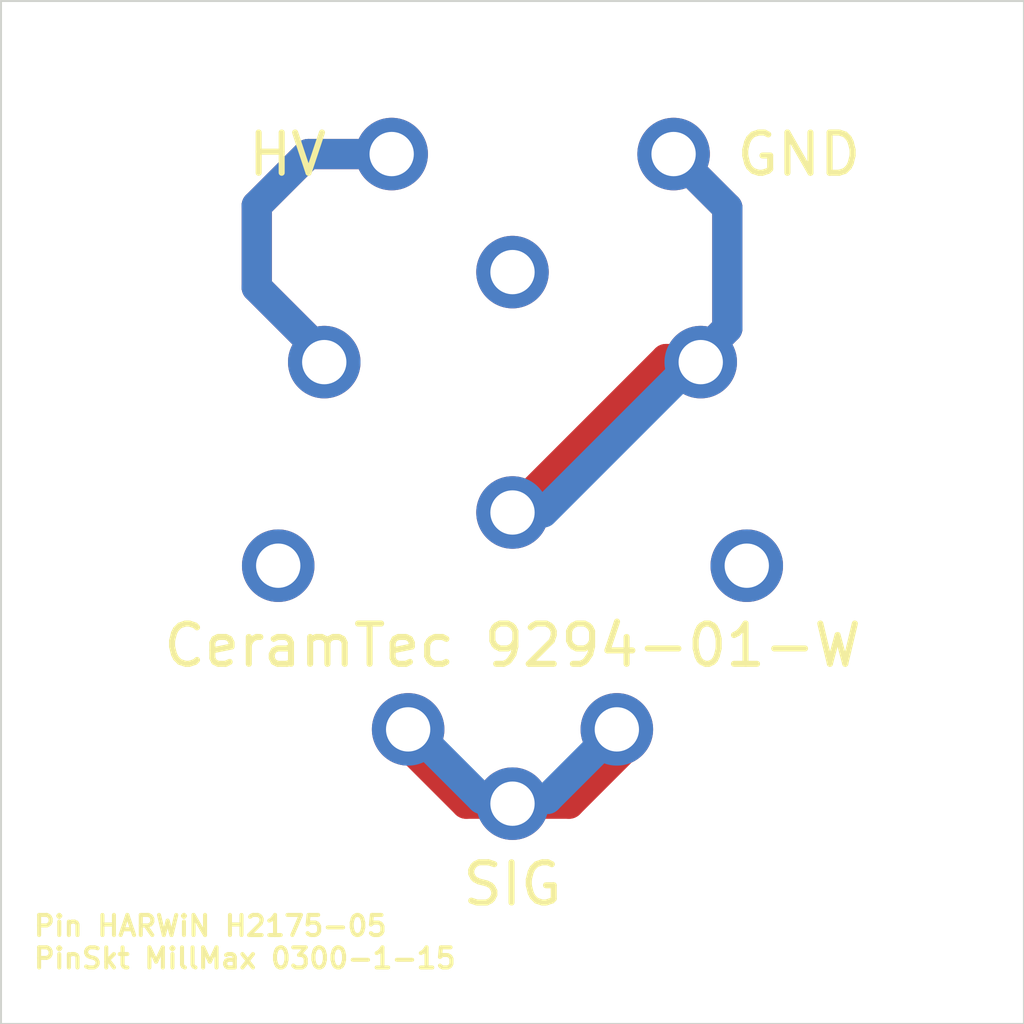
<source format=kicad_pcb>
(kicad_pcb (version 20171130) (host pcbnew "(5.1.6)-1")

  (general
    (thickness 1.6)
    (drawings 5)
    (tracks 26)
    (zones 0)
    (modules 4)
    (nets 1)
  )

  (page A4)
  (layers
    (0 F.Cu signal)
    (31 B.Cu signal)
    (32 B.Adhes user hide)
    (33 F.Adhes user hide)
    (34 B.Paste user hide)
    (35 F.Paste user hide)
    (36 B.SilkS user hide)
    (37 F.SilkS user)
    (38 B.Mask user hide)
    (39 F.Mask user hide)
    (40 Dwgs.User user)
    (41 Cmts.User user hide)
    (42 Eco1.User user hide)
    (43 Eco2.User user hide)
    (44 Edge.Cuts user)
    (45 Margin user hide)
    (46 B.CrtYd user hide)
    (47 F.CrtYd user hide)
    (48 B.Fab user hide)
    (49 F.Fab user hide)
  )

  (setup
    (last_trace_width 0.75)
    (user_trace_width 0.75)
    (trace_clearance 0.2)
    (zone_clearance 0.508)
    (zone_45_only no)
    (trace_min 0.2)
    (via_size 0.8)
    (via_drill 0.4)
    (via_min_size 0.4)
    (via_min_drill 0.3)
    (uvia_size 0.3)
    (uvia_drill 0.1)
    (uvias_allowed no)
    (uvia_min_size 0.2)
    (uvia_min_drill 0.1)
    (edge_width 0.05)
    (segment_width 0.2)
    (pcb_text_width 0.3)
    (pcb_text_size 1.5 1.5)
    (mod_edge_width 0.12)
    (mod_text_size 1 1)
    (mod_text_width 0.15)
    (pad_size 1.8 1.8)
    (pad_drill 1.1)
    (pad_to_mask_clearance 0.05)
    (aux_axis_origin 0 0)
    (grid_origin 171.486 106.418)
    (visible_elements 7FFFFFFF)
    (pcbplotparams
      (layerselection 0x010fc_ffffffff)
      (usegerberextensions false)
      (usegerberattributes true)
      (usegerberadvancedattributes true)
      (creategerberjobfile true)
      (excludeedgelayer true)
      (linewidth 0.100000)
      (plotframeref false)
      (viasonmask false)
      (mode 1)
      (useauxorigin false)
      (hpglpennumber 1)
      (hpglpenspeed 20)
      (hpglpendiameter 15.000000)
      (psnegative false)
      (psa4output false)
      (plotreference true)
      (plotvalue true)
      (plotinvisibletext false)
      (padsonsilk false)
      (subtractmaskfromsilk false)
      (outputformat 1)
      (mirror false)
      (drillshape 1)
      (scaleselection 1)
      (outputdirectory ""))
  )

  (net 0 "")

  (net_class Default "This is the default net class."
    (clearance 0.2)
    (trace_width 0.25)
    (via_dia 0.8)
    (via_drill 0.4)
    (uvia_dia 0.3)
    (uvia_drill 0.1)
  )

  (module "PMT_FT_PCBoard:Harwin H2175" (layer F.Cu) (tedit 6180367D) (tstamp 618093C2)
    (at 171.486 113.648)
    (fp_text reference SIG (at 0 2) (layer F.SilkS)
      (effects (font (size 1 1) (thickness 0.15)))
    )
    (fp_text value "Harwin H2175" (at 0 -1.7) (layer F.Fab)
      (effects (font (size 1 1) (thickness 0.15)))
    )
    (pad 1 thru_hole circle (at 0 0) (size 1.8 1.8) (drill 1.1) (layers *.Cu *.Mask))
  )

  (module "PMT_FT_PCBoard:Harwin H2175" (layer F.Cu) (tedit 61803A28) (tstamp 618093B1)
    (at 175.486 97.518)
    (fp_text reference GND (at 3.112 0.01) (layer F.SilkS)
      (effects (font (size 1 1) (thickness 0.15)))
    )
    (fp_text value "Harwin H2175" (at 0 -1.7) (layer F.Fab)
      (effects (font (size 1 1) (thickness 0.15)))
    )
    (pad 1 thru_hole circle (at 0 0) (size 1.8 1.8) (drill 1.1) (layers *.Cu *.Mask))
  )

  (module "PMT_FT_PCBoard:Harwin H2175" (layer F.Cu) (tedit 6180367D) (tstamp 618093A0)
    (at 168.486 97.518)
    (fp_text reference HV (at -2.588 0.01) (layer F.SilkS)
      (effects (font (size 1 1) (thickness 0.15)))
    )
    (fp_text value "Harwin H2175" (at 0 -1.7) (layer F.Fab)
      (effects (font (size 1 1) (thickness 0.15)))
    )
    (pad 1 thru_hole circle (at 0 0) (size 1.8 1.8) (drill 1.1) (layers *.Cu *.Mask))
  )

  (module PMT_FT_PCBoard:8pin_Cermatec_FT (layer F.Cu) (tedit 6180354C) (tstamp 61809209)
    (at 171.486 106.418)
    (fp_text reference "CeramTec 9294-01-W" (at 0 3.302) (layer F.SilkS)
      (effects (font (size 1 1) (thickness 0.15)))
    )
    (fp_text value 8pin_Cermatec_FT (at 0.4 7.9) (layer F.Fab)
      (effects (font (size 1 1) (thickness 0.15)))
    )
    (pad 1 thru_hole circle (at 0 -5.969) (size 1.8 1.8) (drill 1.1) (layers *.Cu *.Mask))
    (pad 2 thru_hole circle (at 4.674 -3.734) (size 1.8 1.8) (drill 1.1) (layers *.Cu *.Mask))
    (pad 3 thru_hole circle (at 5.817 1.321) (size 1.8 1.8) (drill 1.1) (layers *.Cu *.Mask))
    (pad 4 thru_hole circle (at 2.591 5.385) (size 1.8 1.8) (drill 1.1) (layers *.Cu *.Mask))
    (pad 5 thru_hole circle (at -2.591 5.385) (size 1.8 1.8) (drill 1.1) (layers *.Cu *.Mask))
    (pad 6 thru_hole circle (at -5.817 1.321) (size 1.8 1.8) (drill 1.1) (layers *.Cu *.Mask))
    (pad 7 thru_hole circle (at -4.674 -3.734) (size 1.8 1.8) (drill 1.1) (layers *.Cu *.Mask))
    (pad 8 thru_hole circle (at 0 0) (size 1.8 1.8) (drill 1.1) (layers *.Cu *.Mask))
  )

  (gr_text "Pin HARWiN H2175-05\nPinSkt MillMax 0300-1-15" (at 159.548 117.086) (layer F.SilkS)
    (effects (font (size 0.5 0.5) (thickness 0.1)) (justify left))
  )
  (gr_line (start 184.186 93.718) (end 184.186 119.118) (layer Edge.Cuts) (width 0.05) (tstamp 612D8197))
  (gr_line (start 158.786 119.118) (end 184.186 119.118) (layer Edge.Cuts) (width 0.05))
  (gr_line (start 158.786 93.718) (end 158.786 119.118) (layer Edge.Cuts) (width 0.05))
  (gr_line (start 158.786 93.718) (end 184.186 93.718) (layer Edge.Cuts) (width 0.05))

  (segment (start 168.486 97.518) (end 166.416 97.518) (width 0.75) (layer F.Cu) (net 0))
  (segment (start 166.416 97.518) (end 165.136 98.798) (width 0.75) (layer F.Cu) (net 0))
  (segment (start 165.136 98.798) (end 165.136 100.83) (width 0.75) (layer F.Cu) (net 0))
  (segment (start 165.136 100.83) (end 166.914 102.608) (width 0.75) (layer F.Cu) (net 0))
  (segment (start 175.486 97.518) (end 176.82 98.852) (width 0.75) (layer F.Cu) (net 0))
  (segment (start 176.82 98.852) (end 176.82 101.846) (width 0.75) (layer F.Cu) (net 0))
  (segment (start 176.82 101.846) (end 176.058 102.608) (width 0.75) (layer F.Cu) (net 0))
  (segment (start 171.486 113.648) (end 170.334 113.648) (width 0.75) (layer F.Cu) (net 0))
  (segment (start 170.334 113.648) (end 168.946 112.26) (width 0.75) (layer F.Cu) (net 0))
  (segment (start 168.946 112.26) (end 168.946 112.006) (width 0.75) (layer F.Cu) (net 0))
  (segment (start 171.486 113.648) (end 172.892 113.648) (width 0.75) (layer F.Cu) (net 0))
  (segment (start 172.892 113.648) (end 174.28 112.26) (width 0.75) (layer F.Cu) (net 0))
  (segment (start 171.486 106.418) (end 175.296 102.608) (width 0.75) (layer F.Cu) (net 0))
  (segment (start 175.296 102.608) (end 176.312 102.608) (width 0.75) (layer F.Cu) (net 0))
  (segment (start 175.486 97.518) (end 176.82 98.852) (width 0.75) (layer B.Cu) (net 0))
  (segment (start 176.82 98.852) (end 176.82 101.846) (width 0.75) (layer B.Cu) (net 0))
  (segment (start 176.82 101.846) (end 172.248 106.418) (width 0.75) (layer B.Cu) (net 0))
  (segment (start 174.077 111.803) (end 172.35 113.53) (width 0.75) (layer B.Cu) (net 0))
  (segment (start 172.35 113.53) (end 171.486 113.53) (width 0.75) (layer B.Cu) (net 0))
  (segment (start 171.486 113.53) (end 170.724 113.53) (width 0.75) (layer B.Cu) (net 0))
  (segment (start 170.724 113.53) (end 168.946 111.752) (width 0.75) (layer B.Cu) (net 0))
  (segment (start 168.486 97.518) (end 166.416 97.518) (width 0.75) (layer B.Cu) (net 0))
  (segment (start 166.416 97.518) (end 165.136 98.798) (width 0.75) (layer B.Cu) (net 0))
  (segment (start 165.136 98.798) (end 165.136 100.83) (width 0.75) (layer B.Cu) (net 0))
  (segment (start 165.136 100.83) (end 166.66 102.354) (width 0.75) (layer B.Cu) (net 0))
  (segment (start 166.66 102.354) (end 166.914 102.608) (width 0.75) (layer B.Cu) (net 0))

)

</source>
